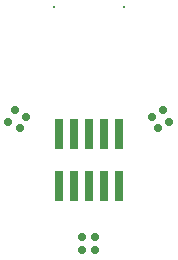
<source format=gbs>
G04*
G04 #@! TF.GenerationSoftware,Altium Limited,Altium Designer,20.2.6 (244)*
G04*
G04 Layer_Color=16711935*
%FSLAX24Y24*%
%MOIN*%
G70*
G04*
G04 #@! TF.SameCoordinates,8D7CF149-CDE5-45B4-86FF-19C455488765*
G04*
G04*
G04 #@! TF.FilePolarity,Negative*
G04*
G01*
G75*
%ADD80C,0.0080*%
%ADD81C,0.0277*%
%ADD93R,0.0277X0.0986*%
D80*
X1181Y5118D02*
D03*
X-1181D02*
D03*
D81*
X-219Y-2539D02*
D03*
X214Y-2539D02*
D03*
X-219Y-2972D02*
D03*
X214Y-2972D02*
D03*
X-2093Y1457D02*
D03*
X-2310Y1082D02*
D03*
X-2468Y1674D02*
D03*
X-2685Y1299D02*
D03*
X2305Y1082D02*
D03*
X2089Y1457D02*
D03*
X2680Y1299D02*
D03*
X2464Y1674D02*
D03*
D93*
X998Y-866D02*
D03*
Y866D02*
D03*
X-502D02*
D03*
X-2D02*
D03*
X-1002D02*
D03*
X498D02*
D03*
X-1002Y-866D02*
D03*
X498D02*
D03*
X-502D02*
D03*
X-2D02*
D03*
M02*

</source>
